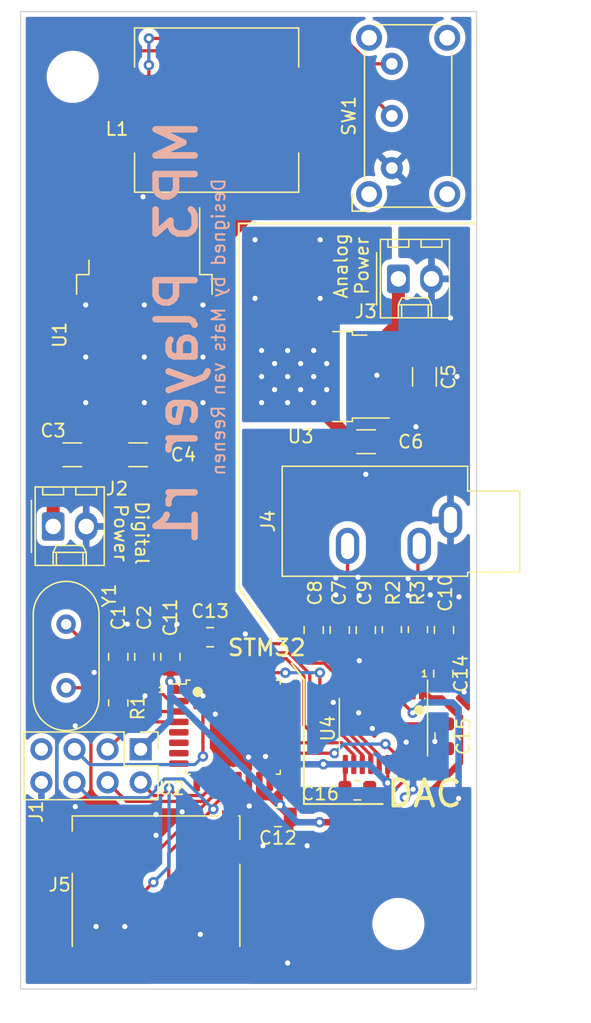
<source format=kicad_pcb>
(kicad_pcb (version 20201116) (generator pcbnew)
  (layers (0 "F.Cu" signal) (31 "B.Cu" signal) (34 "B.Paste" user) (35 "F.Paste" user) (36 "B.SilkS" user "B.Silkscreen") (37 "F.SilkS" user "F.Silkscreen") (38 "B.Mask" user) (39 "F.Mask" user) (44 "Edge.Cuts" user))
  (net 0 "")
  (net 1 "Net-(C1-Pad2)")
  (net 2 "GND")
  (net 3 "Net-(C2-Pad2)")
  (net 4 "+3V3")
  (net 5 "+24V")
  (net 6 "GNDA")
  (net 7 "Net-(C5-Pad1)")
  (net 8 "Net-(R1-Pad2)")
  (net 9 "Net-(U4-Pad7)")
  (net 10 "Net-(U4-Pad6)")
  (net 11 "Net-(C9-Pad2)")
  (net 12 "Net-(C10-Pad2)")
  (net 13 "SPI_MOSI")
  (net 14 "SPI_MISO")
  (net 15 "SPI_CLK")
  (net 16 "BOOT0")
  (net 17 "Recet")
  (net 18 "Net-(L1-Pad1)")
  (net 19 "ON{slash}~OFF")
  (net 20 "+3.3VA")
  (net 21 "/I2S3_SCK")
  (net 22 "/I2S3_LRCK")
  (net 23 "/I2S3_BCK")
  (net 24 "/I2S3_SD")
  (net 25 "Net-(U4-Pad2)")
  (net 26 "Net-(U4-Pad4)")
  (net 27 "Net-(U4-Pad5)")
  (net 28 "SD_CS")
  (net 29 "Net-(U4-Pad17)")
  (net 30 "Net-(U4-Pad18)")
  (footprint "Button_Switch_THT:SW_E-Switch_EG1224_SPDT_Angled" (layer "F.Cu") (at 176.5 59 90)
    (fp_text reference "SW1")
    (fp_text value "SW_SPDT")
  )
  (footprint "Capacitor_SMD:C_0805_2012Metric" (layer "F.Cu") (at 159.5 96.5 90)
    (fp_text reference "C11")
    (fp_text value "1u")
  )
  (footprint "Inductor_SMD:L_12x12mm_H8mm" (layer "F.Cu") (at 163.05 54.55 180)
    (fp_text reference "L1")
    (fp_text value "22u")
  )
  (footprint "MountingHole:MountingHole_3.2mm_M3" (layer "F.Cu") (at 177 117)
    (fp_text reference "H2")
    (fp_text value "MountingHole")
  )
  (footprint "Capacitor_SMD:C_0805_2012Metric" (layer "F.Cu") (at 174.5 94.45 90)
    (fp_text reference "C9")
    (fp_text value "10n")
  )
  (footprint "Capacitor_SMD:C_0805_2012Metric" (layer "F.Cu") (at 162.55 95 180)
    (fp_text reference "C13")
    (fp_text value "10u")
  )
  (footprint "Connector_PinHeader_2.54mm:PinHeader_2x04_P2.54mm_Vertical" (layer "F.Cu") (at 157.22 103.6 -90)
    (fp_text reference "J1")
    (fp_text value "Conn_02x04_Odd_Even")
  )
  (footprint "Resistor_SMD:R_0805_2012Metric" (layer "F.Cu") (at 178.5 94.4125 90)
    (fp_text reference "R3")
    (fp_text value "470R")
  )
  (footprint "Capacitor_SMD:C_1206_3216Metric" (layer "F.Cu") (at 151.975 81)
    (fp_text reference "C3")
    (fp_text value "10u@35v")
  )
  (footprint "MountingHole:MountingHole_3.2mm_M3" (layer "F.Cu") (at 152 52)
    (fp_text reference "H1")
    (fp_text value "MountingHole")
  )
  (footprint "Crystal:Crystal_HC49-4H_Vertical" (layer "F.Cu") (at 151.5 94 -90)
    (fp_text reference "Y1")
    (fp_text value "8MHz")
  )
  (footprint "Capacitor_SMD:C_0805_2012Metric" (layer "F.Cu") (at 180.45 97.8 -90)
    (fp_text reference "C14")
    (fp_text value "2u2")
  )
  (footprint "SDCards:microSD_HC_Hirose_DM3D-SF" (layer "F.Cu") (at 158.4 114.5)
    (fp_text reference "J5")
    (fp_text value "Micro_SD_Card")
  )
  (footprint "Capacitor_SMD:C_0805_2012Metric" (layer "F.Cu") (at 170.5 94.45 90)
    (fp_text reference "C8")
    (fp_text value "10u")
  )
  (footprint "Connector_Audio:Jack_3.5mm_CUI_SJ1-3533NG_Horizontal" (layer "F.Cu") (at 181 86 -90)
    (fp_text reference "J4")
    (fp_text value "2.5mm Jack")
  )
  (footprint "Package_SO:TSSOP-20_4.4x6.5mm_P0.65mm" (layer "F.Cu") (at 175.855 101.9025 -90)
    (fp_text reference "U4")
    (fp_text value "PCM5102")
  )
  (footprint "Capacitor_SMD:C_0805_2012Metric" (layer "F.Cu") (at 172.5 94.45 90)
    (fp_text reference "C7")
    (fp_text value "1u")
  )
  (footprint "Capacitor_SMD:C_0805_2012Metric" (layer "F.Cu") (at 155.5 96.5 -90)
    (fp_text reference "C1")
    (fp_text value "C")
  )
  (footprint "Resistor_SMD:R_0805_2012Metric" (layer "F.Cu") (at 176.5 94.4125 90)
    (fp_text reference "R2")
    (fp_text value "470R")
  )
  (footprint "Package_TO_SOT_SMD:TO-252-2" (layer "F.Cu") (at 171 75 180)
    (fp_text reference "U3")
    (fp_text value "LD1086DT33TR")
  )
  (footprint "Capacitor_SMD:C_1206_3216Metric" (layer "F.Cu") (at 174.525 80)
    (fp_text reference "C6")
    (fp_text value "10u")
  )
  (footprint "Capacitor_SMD:C_0805_2012Metric" (layer "F.Cu") (at 180.55 102.6 90)
    (fp_text reference "C15")
    (fp_text value "2u2")
  )
  (footprint "Capacitor_SMD:C_1206_3216Metric" (layer "F.Cu") (at 179 75.025 -90)
    (fp_text reference "C5")
    (fp_text value "10u@35v")
  )
  (footprint "Package_QFP:LQFP-32_7x7mm_P0.8mm" (layer "F.Cu") (at 164.325 101.9)
    (fp_text reference "U2")
    (fp_text value "STM32G431K8T6")
  )
  (footprint "Package_TO_SOT_SMD:TO-263-5_TabPin3" (layer "F.Cu") (at 157.5 70.125 -90)
    (fp_text reference "U1")
    (fp_text value "LM2596S-3.3")
  )
  (footprint "Capacitor_SMD:C_0805_2012Metric" (layer "F.Cu") (at 180.5 94.45 90)
    (fp_text reference "C10")
    (fp_text value "10n")
  )
  (footprint "Capacitor_SMD:C_0805_2012Metric" (layer "F.Cu") (at 157.5 96.5 -90)
    (fp_text reference "C2")
    (fp_text value "C")
  )
  (footprint "Capacitor_SMD:C_0805_2012Metric" (layer "F.Cu") (at 173.85 106.75)
    (fp_text reference "C16")
    (fp_text value "100n")
  )
  (footprint "Connector_Molex:Molex_KK-254_AE-6410-02A_1x02_P2.54mm_Vertical" (layer "F.Cu") (at 150.5 86.5)
    (fp_text reference "J2")
    (fp_text value "24V in")
  )
  (footprint "Capacitor_SMD:C_0805_2012Metric" (layer "F.Cu") (at 167.75 108.8 180)
    (fp_text reference "C12")
    (fp_text value "1u")
  )
  (footprint "Connector_Molex:Molex_KK-254_AE-6410-02A_1x02_P2.54mm_Vertical" (layer "F.Cu") (at 177 67.5)
    (fp_text reference "J3")
    (fp_text value "Analog power")
  )
  (footprint "Capacitor_SMD:C_1206_3216Metric" (layer "F.Cu") (at 157.025 81 180)
    (fp_text reference "C4")
    (fp_text value "220u")
  )
  (footprint "Resistor_SMD:R_0805_2012Metric" (layer "F.Cu") (at 155.5 100.0375 -90)
    (fp_text reference "R1")
    (fp_text value "R")
  )
  (gr_line (start 169.75 107.8) (end 175.8 107.8) (layer "F.SilkS") (width 0.15))
  (gr_line (start 169.75 98.25) (end 169.75 107.8) (layer "F.SilkS") (width 0.15))
  (gr_circle (center 161.6 99.2) (end 161.8 99.2) (layer "F.SilkS") (width 0.4) (fill none))
  (gr_line (start 183 63.25) (end 164.75 63.25) (layer "F.SilkS") (width 0.15))
  (gr_line (start 164.75 91.25) (end 167.2 94.6) (layer "F.SilkS") (width 0.15))
  (gr_circle (center 178.6 100.6) (end 178.8 100.6) (layer "F.SilkS") (width 0.4) (fill none))
  (gr_line (start 164.75 63.25) (end 164.75 91.25) (layer "F.SilkS") (width 0.15))
  (gr_line (start 168.8 97) (end 169.75 98.25) (layer "F.SilkS") (width 0.15))
  (gr_rect (start 183 47) (end 148 122) (layer "Edge.Cuts") (width 0.1) (fill none))
  (gr_text "MP3 Player r1\n" (at 160 71.6 90) (layer "B.SilkS") (effects (font (size 3 3) (thickness 0.5)) (justify mirror)))
  (gr_text "Designed by Mats van Reenen" (at 163.2 71.2 90) (layer "B.SilkS") (effects (font (size 1 1)) (justify mirror)))
  (gr_text "1\n" (at 179 97.8) (layer "F.SilkS") (effects (font (size 0.5 0.5) (thickness 0.125))))
  (gr_text "1\n" (at 158.8 99) (layer "F.SilkS") (effects (font (size 0.5 0.5) (thickness 0.125))))
  (gr_text "Analog\nPower" (at 173.4 66.5 90) (layer "F.SilkS") (effects (font (size 1 1))))
  (gr_text "DAC" (at 179 107) (layer "F.SilkS") (effects (font (size 2 2) (thickness 0.3))))
  (gr_text "STM32" (at 166.9 95.8) (layer "F.SilkS") (effects (font (size 1.25 1.25) (thickness 0.2))))
  (gr_text "Digital\nPower" (at 156.5 87 270) (layer "F.SilkS") (effects (font (size 1 1))))
  (segment (start 155.255 98.88) (end 155.5 99.125) (width 0.25) (layer "F.Cu") (net 1))
  (segment (start 151.5 98.88) (end 155.255 98.88) (width 0.25) (layer "F.Cu") (net 1))
  (segment (start 155.5 97.45) (end 155.5 99.125) (width 0.25) (layer "F.Cu") (net 1))
  (segment (start 171.311592 96.98859) (end 170.01141 96.98859) (width 0.25) (layer "F.Cu") (net 2))
  (segment (start 172.93 99.04) (end 172.93 98.606998) (width 0.25) (layer "F.Cu") (net 2))
  (segment (start 171.265 104.765) (end 171.25 104.75) (width 0.25) (layer "F.Cu") (net 2))
  (segment (start 150.775001 107.375001) (end 150.775001 102.624999) (width 0.25) (layer "F.Cu") (net 2))
  (segment (start 172.93 98.606998) (end 171.311592 96.98859) (width 0.25) (layer "F.Cu") (net 2))
  (segment (start 153.45 81) (end 155.55 81) (width 1) (layer "F.Cu") (net 2))
  (segment (start 168.522818 95.5) (end 168.77279 95.749972) (width 0.25) (layer "F.Cu") (net 2))
  (segment (start 177.48 99.04) (end 177.48 100.18) (width 0.25) (layer "F.Cu") (net 2))
  (segment (start 157.4 64.25) (end 157.5 64.35) (width 0.5) (layer "F.Cu") (net 2))
  (segment (start 155.875 120.060002) (end 155.875 119.35) (width 0.25) (layer "F.Cu") (net 2))
  (segment (start 153.45 77.45) (end 153 77) (width 1) (layer "F.Cu") (net 2))
  (segment (start 166 95.5) (end 168.522818 95.5) (width 0.25) (layer "F.Cu") (net 2))
  (segment (start 176.18 104.765) (end 176.18 106.18) (width 0.25) (layer "F.Cu") (net 2))
  (segment (start 153.4 107.550002) (end 153.4 102.8) (width 0.25) (layer "F.Cu") (net 2))
  (segment (start 157.4 61.2) (end 157.4 64.25) (width 0.5) (layer "F.Cu") (net 2))
  (segment (start 177.48 100.18) (end 178.1 100.8) (width 0.25) (layer "F.Cu") (net 2))
  (segment (start 172.93 104.765) (end 171.265 104.765) (width 0.25) (layer "F.Cu") (net 2))
  (segment (start 153.45 81) (end 153.45 77.45) (width 1) (layer "F.Cu") (net 2))
  (segment (start 172.9 106.75) (end 172.9 104.795) (width 0.25) (layer "F.Cu") (net 2))
  (segment (start 170.01141 96.98859) (end 168.77279 95.749972) (width 0.25) (layer "F.Cu") (net 2))
  (segment (start 172.9 104.795) (end 172.93 104.765) (width 0.25) (layer "F.Cu") (net 2))
  (via (at 160.4 108.4) (size 0.8) (drill 0.4) (layers "F.Cu" "B.Cu") (net 2))
  (via (at 152.2 101.8) (size 0.8) (drill 0.4) (layers "F.Cu" "B.Cu") (net 2))
  (via (at 157.5 77) (size 0.8) (drill 0.4) (layers "F.Cu" "B.Cu") (net 2))
  (via (at 165.25 94.75) (size 0.8) (drill 0.4) (layers "F.Cu" "B.Cu") (net 2))
  (via (at 162 73.5) (size 0.8) (drill 0.4) (layers "F.Cu" "B.Cu") (net 2))
  (via (at 158.4 110.2) (size 0.8) (drill 0.4) (layers "F.Cu" "B.Cu") (net 2))
  (via (at 162.95 100.9) (size 0.8) (drill 0.4) (layers "F.Cu" "B.Cu") (net 2))
  (via (at 156.2 94) (size 0.8) (drill 0.4) (layers "F.Cu" "B.Cu") (net 2))
  (via (at 152.2 108) (size 0.8) (drill 0.4) (layers "F.Cu" "B.Cu") (net 2))
  (via (at 161.8 117.8) (size 0.8) (drill 0.4) (layers "F.Cu" "B.Cu") (net 2))
  (via (at 178.1 100.8) (size 0.8) (drill 0.4) (layers "F.Cu" "B.Cu") (net 2))
  (via (at 162 99.5) (size 0.8) (drill 0.4) (layers "F.Cu" "B.Cu") (net 2))
  (via (at 157.55 99.5) (size 0.8) (drill 0.4) (layers "F.Cu" "B.Cu") (net 2))
  (via (at 156 117.2) (size 0.8) (drill 0.4) (layers "F.Cu" "B.Cu") (net 2))
  (via (at 153.8 117.2) (size 0.8) (drill 0.4) (layers "F.Cu" "B.Cu") (net 2))
  (via (at 162 77) (size 0.8) (drill 0.4) (layers "F.Cu" "B.Cu") (net 2))
  (via (at 171.25 104.75) (size 0.8) (drill 0.4) (layers "F.Cu" "B.Cu") (net 2))
  (via (at 160 94) (size 0.8) (drill 0.4) (layers "F.Cu" "B.Cu") (net 2))
  (via (at 162 69.5) (size 0.8) (drill 0.4) (layers "F.Cu" "B.Cu") (net 2))
  (via (at 157.4 61.2) (size 0.8) (drill 0.4) (layers "F.Cu" "B.Cu") (net 2))
  (via (at 158.4 108.6) (size 0.8) (drill 0.4) (layers "F.Cu" "B.Cu") (net 2))
  (via (at 168.5 120) (size 0.8) (drill 0.4) (layers "F.Cu" "B.Cu") (net 2))
  (via (at 166.8 104.15) (size 0.8) (drill 0.4) (layers "F.Cu" "B.Cu") (net 2))
  (via (at 165.55 107.95) (size 0.8) (drill 0.4) (layers "F.Cu" "B.Cu") (net 2))
  (via (at 165.5 104.2) (size 0.8) (drill 0.4) (layers "F.Cu" "B.Cu") (net 2))
  (via (at 153 77) (size 0.8) (drill 0.4) (layers "F.Cu" "B.Cu") (net 2))
  (via (at 157.5 73.5) (size 0.8) (drill 0.4) (layers "F.Cu" "B.Cu") (net 2))
  (via (at 153 69.5) (size 0.8) (drill 0.4) (layers "F.Cu" "B.Cu") (net 2))
  (via (at 170 111) (size 0.8) (drill 0.4) (layers "F.Cu" "B.Cu") (net 2))
  (via (at 157.5 69.5) (size 0.8) (drill 0.4) (layers "F.Cu" "B.Cu") (net 2))
  (via (at 181.625 107.375) (size 0.8) (drill 0.4) (layers "F.Cu" "B.Cu") (net 2))
  (via (at 153 73.5) (size 0.8) (drill 0.4) (layers "F.Cu" "B.Cu") (net 2))
  (via (at 166.6 111) (size 0.8) (drill 0.4) (layers "F.Cu" "B.Cu") (net 2))
  (via (at 153.65 97.7) (size 0.8) (drill 0.4) (layers "F.Cu" "B.Cu") (net 2))
  (via (at 176.18 106.18) (size 0.8) (drill 0.4) (layers "F.Cu" "B.Cu") (net 2))
  (segment (start 176.18 106.18) (end 176.18 106.82) (width 0.5) (layer "B.Cu") (net 2))
  (segment (start 181.625 100.475) (end 181.625 107.375) (width 0.5) (layer "B.Cu") (net 2))
  (segment (start 181.15 100) (end 181.625 100.475) (width 0.5) (layer "B.Cu") (net 2))
  (segment (start 178.9 100) (end 181.15 100) (width 0.5) (layer "B.Cu") (net 2))
  (segment (start 174.75 104.75) (end 176.18 106.18) (width 0.5) (layer "B.Cu") (net 2))
  (segment (start 178.1 100.8) (end 178.9 100) (width 0.5) (layer "B.Cu") (net 2))
  (segment (start 150.8 102.6) (end 150.8 107.4) (width 0.25) (layer "B.Cu") (net 2))
  (segment (start 171.25 104.75) (end 169.25 104.75) (width 0.5) (layer "B.Cu") (net 2))
  (segment (start 171.25 104.75) (end 174.75 104.75) (width 0.5) (layer "B.Cu") (net 2))
  (segment (start 151.5 94) (end 154.12499 96.62499) (width 0.25) (layer "F.Cu") (net 3))
  (segment (start 159.450001 99.9) (end 160.15 99.9) (width 0.25) (layer "F.Cu") (net 3))
  (segment (start 154.12499 96.62499) (end 156.67499 96.62499) (width 0.25) (layer "F.Cu") (net 3))
  (segment (start 157.5 97.45) (end 157.5 97.949999) (width 0.25) (layer "F.Cu") (net 3))
  (segment (start 156.67499 96.62499) (end 157.5 97.45) (width 0.25) (layer "F.Cu") (net 3))
  (segment (start 157.5 97.949999) (end 159.450001 99.9) (width 0.25) (layer "F.Cu") (net 3))
  (segment (start 163.5 90.75) (end 163.5 90.5) (width 0.25) (layer "F.Cu") (net 4))
  (segment (start 163.60001 68.510046) (end 163.60001 78.489954) (width 1) (layer "F.Cu") (net 4))
  (segment (start 163.60001 64.49999) (end 163.65 64.45) (width 1) (layer "F.Cu") (net 4))
  (segment (start 159.5 97.45) (end 160.77499 96.17501) (width 0.5) (layer "F.Cu") (net 4))
  (segment (start 167.436402 107.15001) (end 167.643196 107.356804) (width 0.25) (layer "F.Cu") (net 4))
  (segment (start 168.7 108.8) (end 168.7 117.360002) (width 0.5) (layer "F.Cu") (net 4))
  (segment (start 169.739956 51.14999) (end 170.15001 51.560044) (width 1) (layer "F.Cu") (net 4))
  (segment (start 163.60001 68.510046) (end 163.60001 64.49999) (width 1) (layer "F.Cu") (net 4))
  (segment (start 167.436402 107.15001) (end 167.593206 106.993206) (width 0.25) (layer "F.Cu") (net 4))
  (segment (start 179.44001 99.70001) (end 178.78 99.04) (width 0.5) (layer "F.Cu") (net 4))
  (segment (start 157.85001 53.69999) (end 157 54.55) (width 0.25) (layer "F.Cu") (net 4))
  (segment (start 161.089964 81) (end 158.5 81) (width 1) (layer "F.Cu") (net 4))
  (segment (start 167.881594 106.881594) (end 167.881594 107.981594) (width 0.5) (layer "F.Cu") (net 4))
  (segment (start 158.664999 121.175001) (end 158.275 120.785002) (width 0.5) (layer "F.Cu") (net 4))
  (segment (start 166.761822 107.27501) (end 166.325 106.838188) (width 0.5) (layer "F.Cu") (net 4))
  (segment (start 174.788998 51) (end 176.5 51) (width 0.25) (layer "F.Cu") (net 4))
  (segment (start 166.325 106.075) (end 166.325 106.825) (width 0.25) (layer "F.Cu") (net 4))
  (segment (start 163.5 92.15) (end 163.5 95) (width 1) (layer "F.Cu") (net 4))
  (segment (start 166.325 106.838188) (end 166.325 106.075) (width 0.5) (layer "F.Cu") (net 4))
  (segment (start 168.5 105.75) (end 168.5 104.7) (width 0.25) (layer "F.Cu") (net 4))
  (segment (start 163.5 91.4) (end 163.5 92.15) (width 1) (layer "F.Cu") (net 4))
  (segment (start 177.158002 109.2) (end 181.72501 104.632992) (width 0.5) (layer "F.Cu") (net 4))
  (segment (start 168.7 108.8) (end 167.95 108.05) (width 0.5) (layer "F.Cu") (net 4))
  (segment (start 170.15001 51.560044) (end 170.15001 57.94999) (width 1) (layer "F.Cu") (net 4))
  (segment (start 172.838988 49.04999) (end 174.788998 51) (width 0.25) (layer "F.Cu") (net 4))
  (segment (start 155.8 64.35) (end 155.8 56.85) (width 1) (layer "F.Cu") (net 4))
  (segment (start 170.15001 57.94999) (end 163.65 64.45) (width 1) (layer "F.Cu") (net 4))
  (segment (start 169.1 109.2) (end 168.7 108.8) (width 0.5) (layer "F.Cu") (net 4))
  (segment (start 167.488178 107.27501) (end 167.881594 106.881594) (width 0.5) (layer "F.Cu") (net 4))
  (segment (start 167.95 108.05) (end 167.17501 107.27501) (width 0.5) (layer "F.Cu") (net 4))
  (segment (start 167.593206 106.993206) (end 167.593206 107.306814) (width 0.25) (layer "F.Cu") (net 4))
  (segment (start 163.5 88.1) (end 163.5 90.5) (width 1) (layer "F.Cu") (net 4))
  (segment (start 157.85001 49.04999) (end 172.838988 49.04999) (width 0.25) (layer "F.Cu") (net 4))
  (segment (start 167.881594 107.981594) (end 167.95 108.05) (width 0.5) (layer "F.Cu") (net 4))
  (segment (start 162.32499 96.17501) (end 163.5 95) (width 0.5) (layer "F.Cu") (net 4))
  (segment (start 158.5 83.1) (end 163.5 88.1) (width 1) (layer "F.Cu") (net 4))
  (segment (start 159.5 98.4) (end 159.5 98.45) (width 0.5) (layer "F.Cu") (net 4))
  (segment (start 167.881594 106.881594) (end 168.5 106.263188) (width 0.5) (layer "F.Cu") (net 4))
  (segment (start 157.85001 54.30001) (end 158.1 54.55) (width 0.25) (layer "F.Cu") (net 4))
  (segment (start 163.45 91.45) (end 163.5 91.4) (width 0.25) (layer "F.Cu") (net 4))
  (segment (start 167.17501 107.27501) (end 166.761822 107.27501) (width 0.5) (layer "F.Cu") (net 4))
  (segment (start 168.7 117.360002) (end 164.885001 121.175001) (width 0.5) (layer "F.Cu") (net 4))
  (segment (start 181.72501 101.110044) (end 180.314976 99.70001) (width 0.5) (layer "F.Cu") (net 4))
  (segment (start 158.5 81) (end 158.5 83.1) (width 1) (layer "F.Cu") (net 4))
  (segment (start 158.275 120.785002) (end 158.275 119.85) (width 0.5) (layer "F.Cu") (net 4))
  (segment (start 180.314976 99.70001) (end 179.44001 99.70001) (width 0.5) (layer "F.Cu") (net 4))
  (segment (start 166.325 106.825) (end 166.65001 107.15001) (width 0.25) (layer "F.Cu") (net 4))
  (segment (start 168.7 108.413608) (end 168.7 108.8) (width 0.25) (layer "F.Cu") (net 4))
  (segment (start 157.85001 51.09999) (end 157.85001 54.30001) (width 0.25) (layer "F.Cu") (net 4))
  (segment (start 168.5 106.263188) (end 168.5 104.7) (width 0.5) (layer "F.Cu") (net 4))
  (segment (start 159.5 97.45) (end 159.5 98.4) (width 0.5) (layer "F.Cu") (net 4))
  (segment (start 155.8 56.85) (end 158.1 54.55) (width 1) (layer "F.Cu") (net 4))
  (segment (start 166.65001 107.15001) (end 167.436402 107.15001) (width 0.25) (layer "F.Cu") (net 4))
  (segment (start 168.5 106.086412) (end 168.5 105.75) (width 0.25) (layer "F.Cu") (net 4))
  (segment (start 170.95 109.2) (end 169.1 109.2) (width 0.5) (layer "F.Cu") (net 4))
  (segment (start 160.77499 96.17501) (end 162.32499 96.17501) (width 0.5) (layer "F.Cu") (net 4))
  (segment (start 170.95 109.2) (end 177.158002 109.2) (width 0.5) (layer "F.Cu") (net 4))
  (segment (start 167.593206 106.993206) (end 168.5 106.086412) (width 0.25) (layer "F.Cu") (net 4))
  (segment (start 158.1 54.55) (end 161.50001 51.14999) (width 1) (layer "F.Cu") (net 4))
  (segment (start 167.17501 107.27501) (end 167.488178 107.27501) (width 0.5) (layer "F.Cu") (net 4))
  (segment (start 161.50001 51.14999) (end 169.739956 51.14999) (width 1) (layer "F.Cu") (net 4))
  (segment (start 181.72501 104.632992) (end 181.72501 101.110044) (width 0.5) (layer "F.Cu") (net 4))
  (segment (start 163.5 90.5) (end 163.5 91.4) (width 1) (layer "F.Cu") (net 4))
  (segment (start 159.5 98.45) (end 160.15 99.1) (width 0.5) (layer "F.Cu") (net 4))
  (segment (start 163.60001 78.489954) (end 161.089964 81) (width 1) (layer "F.Cu") (net 4))
  (segment (start 164.885001 121.175001) (end 158.664999 121.175001) (width 0.5) (layer "F.Cu") (net 4))
  (via (at 157.85001 51.09999) (size 0.8) (drill 0.4) (layers "F.Cu" "B.Cu") (net 4))
  (via (at 170.95 109.2) (size 0.8) (drill 0.4) (layers "F.Cu" "B.Cu") (net 4))
  (via (at 159.5 98.4) (size 0.8) (drill 0.4) (layers "F.Cu" "B.Cu") (net 4))
  (via (at 167.920999 107.879001) (size 0.8) (drill 0.4) (layers "F.Cu" "B.Cu") (net 4))
  (via (at 157.85001 49.04999) (size 0.8) (drill 0.4) (layers "F.Cu" "B.Cu") (net 4))
  (segment (start 159.5 99.458002) (end 167.920999 107.879001) (width 0.5) (layer "B.Cu") (net 4))
  (segment (start 169.426998 109.2) (end 170.95 109.2) (width 0.25) (layer "B.Cu") (net 4))
  (segment (start 159.5 98.4) (end 159.5 99.458002) (width 0.5) (layer "B.Cu") (net 4))
  (segment (start 159.5 99.458002) (end 159.5 101.32) (width 0.5) (layer "B.Cu") (net 4))
  (segment (start 159.5 98.4) (end 159.5 99.273002) (width 0.25) (layer "B.Cu") (net 4))
  (segment (start 169.241998 109.2) (end 170.95 109.2) (width 0.5) (layer "B.Cu") (net 4))
  (segment (start 159.5 101.32) (end 157.22 103.6) (width 0.5) (layer "B.Cu") (net 4))
  (segment (start 157.85001 51.09999) (end 157.85001 49.04999) (width 0.25) (layer "B.Cu") (net 4))
  (segment (start 167.920999 107.879001) (end 169.241998 109.2) (width 0.5) (layer "B.Cu") (net 4))
  (segment (start 160.039954 67.35001) (end 160.9 66.489964) (width 1) (layer "F.Cu") (net 5))
  (segment (start 150.5 81) (end 150.5 69.410036) (width 1) (layer "F.Cu") (net 5))
  (segment (start 152.560026 67.35001) (end 160.039954 67.35001) (width 1) (layer "F.Cu") (net 5))
  (segment (start 150.5 86.5) (end 150.5 81) (width 1) (layer "F.Cu") (net 5))
  (segment (start 160.9 66.489964) (end 160.9 64.35) (width 1) (layer "F.Cu") (net 5))
  (segment (start 150.5 69.410036) (end 152.560026 67.35001) (width 1) (layer "F.Cu") (net 5))
  (segment (start 172.6 93.5) (end 174.5 95.4) (width 0.5) (layer "F.Cu") (net 6))
  (segment (start 178.13 103.58) (end 177.6 103.05) (width 0.25) (layer "F.Cu") (net 6))
  (segment (start 178.13 104.765) (end 178.13 106.67) (width 0.5) (layer "F.Cu") (net 6))
  (segment (start 177.5 107.3) (end 177.4 107.4) (width 0.5) (layer "F.Cu") (net 6))
  (segment (start 178.13 104.765) (end 178.13 103.58) (width 0.25) (layer "F.Cu") (net 6))
  (segment (start 172.2 93.2) (end 172.5 93.5) (width 0.5) (layer "F.Cu") (net 6))
  (segment (start 179.8 103) (end 180 103) (width 0.25) (layer "F.Cu") (net 6))
  (segment (start 173.58 99.04) (end 173.58 100.43) (width 0.25) (layer "F.Cu") (net 6))
  (segment (start 177.6 103.05) (end 177.975 103.425) (width 0.5) (layer "F.Cu") (net 6))
  (segment (start 172.2 91.75) (end 172.2 93.2) (width 0.5) (layer "F.Cu") (net 6))
  (segment (start 173.58 100.43) (end 173.95 100.8) (width 0.25) (layer "F.Cu") (net 6))
  (segment (start 172.5 93.5) (end 172.6 93.5) (width 0.5) (layer "F.Cu") (net 6))
  (segment (start 180 103) (end 180.55 103.55) (width 0.25) (layer "F.Cu") (net 6))
  (via (at 178.13 106.67) (size 0.8) (drill 0.4) (layers "F.Cu" "B.Cu") (net 6))
  (via (at 181 70.5) (size 0.8) (drill 0.4) (layers "F.Cu" "B.Cu") (net 6))
  (via (at 174 96.8) (size 0.8) (drill 0.4) (layers "F.Cu" "B.Cu") (net 6))
  (via (at 179.45 91.75) (size 0.8) (drill 0.4) (layers "F.Cu" "B.Cu") (net 6))
  (via (at 173.95 100.8) (size 0.8) (drill 0.4) (layers "F.Cu" "B.Cu") (net 6))
  (via (at 179.45 90.45) (size 0.8) (drill 0.4) (layers "F.Cu" "B.Cu") (net 6))
  (via (at 172.2 90.45) (size 0.8) (drill 0.4) (layers "F.Cu" "B.Cu") (net 6))
  (via (at 174.5 82.5) (size 0.8) (drill 0.4) (layers "F.Cu" "B.Cu") (net 6))
  (via (at 182.05 99.2) (size 0.8) (drill 0.4) (layers "F.Cu" "B.Cu") (net 6))
  (via (at 177.75 91.8) (size 0.8) (drill 0.4) (layers "F.Cu" "B.Cu") (net 6))
  (via (at 177.75 90.5) (size 0.8) (drill 0.4) (layers "F.Cu" "B.Cu") (net 6))
  (via (at 174 91.8) (size 0.8) (drill 0.4) (layers "F.Cu" "B.Cu") (net 6))
  (via (at 177.6 103.05) (size 0.8) (drill 0.4) (layers "F.Cu" "B.Cu") (net 6))
  (via (at 175.35 74.9) (size 0.8) (drill 0.4) (layers "F.Cu" "B.Cu") (net 6))
  (via (at 179.8 103) (size 0.8) (drill 0.4) (layers "F.Cu" "B.Cu") (net 6))
  (via (at 172 100) (size 0.8) (drill 0.4) (layers "F.Cu" "B.Cu") (net 6))
  (via (at 173.9 90.4) (size 0.8) (drill 0.4) (layers "F.Cu" "B.Cu") (net 6))
  (via (at 181.65 91.9) (size 0.8) (drill 0.4) (layers "F.Cu" "B.Cu") (net 6))
  (via (at 177.5 107.3) (size 0.8) (drill 0.4) (layers "F.Cu" "B.Cu") (net 6))
  (via (at 181.5 75) (size 0.8) (drill 0.4) (layers "F.Cu" "B.Cu") (net 6))
  (via (at 178.35 78.85) (size 0.8) (drill 0.4) (layers "F.Cu" "B.Cu") (net 6))
  (via (at 172.2 91.75) (size 0.8) (drill 0.4) (layers "F.Cu" "B.Cu") (net 6))
  (via (at 175 102) (size 0.8) (drill 0.4) (layers "F.Cu" "B.Cu") (net 6))
  (segment (start 177.5 107.3) (end 178.13 106.67) (width 0.5) (layer "B.Cu") (net 6))
  (segment (start 178.13 106.67) (end 178.13 105.73) (width 0.5) (layer "B.Cu") (net 6))
  (segment (start 179 73.55) (end 177.475 72.025) (width 1) (layer "F.Cu") (net 7))
  (segment (start 175.91 72.01) (end 175.2 72.72) (width 1) (layer "F.Cu") (net 7))
  (segment (start 175.925 72.025) (end 177.475 72.025) (width 1) (layer "F.Cu") (net 7))
  (segment (start 177 71.55) (end 177 70.92) (width 1) (layer "F.Cu") (net 7))
  (segment (start 177 67.5) (end 177 70.92) (width 1) (layer "F.Cu") (net 7))
  (segment (start 175.91 72.01) (end 175.925 72.025) (width 1) (layer "F.Cu") (net 7))
  (segment (start 177 70.92) (end 175.91 72.01) (width 1) (layer "F.Cu") (net 7))
  (segment (start 177.475 72.025) (end 177 71.55) (width 1) (layer "F.Cu") (net 7))
  (segment (start 155.5 100.95) (end 155.75 100.7) (width 0.25) (layer "F.Cu") (net 8))
  (segment (start 155.75 100.7) (end 160.15 100.7) (width 0.25) (layer "F.Cu") (net 8))
  (segment (start 174.88 97.92) (end 176.5 96.3) (width 0.25) (layer "F.Cu") (net 9))
  (segment (start 174.88 99.04) (end 174.88 97.92) (width 0.25) (layer "F.Cu") (net 9))
  (segment (start 176.5 96.3) (end 176.5 95.325) (width 0.25) (layer "F.Cu") (net 9))
  (segment (start 175.53 99.04) (end 175.53 98.3025) (width 0.25) (layer "F.Cu") (net 10))
  (segment (start 178.5 95.3325) (end 178.5 95.325) (width 0.25) (layer "F.Cu") (net 10))
  (segment (start 175.53 98.3025) (end 178.5 95.3325) (width 0.25) (layer "F.Cu") (net 10))
  (segment (start 174.5 93.5) (end 173.1 92.1) (width 0.25) (layer "F.Cu") (net 11))
  (segment (start 173.1 92.1) (end 173.1 88) (width 0.25) (layer "F.Cu") (net 11))
  (segment (start 173.1 88) (end 173.05 88.05) (width 0.25) (layer "F.Cu") (net 11))
  (segment (start 174.5 93.5) (end 176.5 93.5) (width 0.25) (layer "F.Cu") (net 11))
  (segment (start 178.5 93.5) (end 180.5 93.5) (width 0.25) (layer "F.Cu") (net 12))
  (segment (start 178.6 93.4) (end 178.5 93.5) (width 0.25) (layer "F.Cu") (net 12))
  (segment (start 178.5 88.1) (end 178.5 93.5) (width 0.25) (layer "F.Cu") (net 12))
  (segment (start 178.6 88) (end 178.5 88.1) (width 0.25) (layer "F.Cu") (net 12))
  (segment (start 162.8 107.95) (end 162.8 108.2) (width 0.25) (layer "F.Cu") (net 13))
  (segment (start 162.726998 108.2) (end 159.375 111.551998) (width 0.25) (layer "F.Cu") (net 13))
  (segment (start 159.375 111.825) (end 159.375 112.225) (width 0.25) (layer "F.Cu") (net 13))
  (segment (start 159.375 111.551998) (end 159.375 111.825) (width 0.25) (layer "F.Cu") (net 13))
  (segment (start 163.925 106.825) (end 162.8 107.95) (width 0.25) (layer "F.Cu") (net 13))
  (segment (start 159.375 112.225) (end 159.375 119.85) (width 0.25) (layer "F.Cu") (net 13))
  (segment (start 163.925 106.075) (end 163.925 106.825) (width 0.25) (layer "F.Cu") (net 13))
  (via (at 162.8 108.2) (size 0.8) (drill 0.4) (layers "F.Cu" "B.Cu") (net 13))
  (segment (start 158.395001 106.704001) (end 157.784001 107.315001) (width 0.25) (layer "B.Cu") (net 13))
  (segment (start 153.315001 107.315001) (end 152.14 106.14) (width 0.25) (layer "B.Cu") (net 13))
  (segment (start 162.8 108.2) (end 160.474999 105.874999) (width 0.25) (layer "B.Cu") (net 13))
  (segment (start 157.784001 107.315001) (end 153.315001 107.315001) (width 0.25) (layer "B.Cu") (net 13))
  (segment (start 158.395001 106.531997) (end 158.395001 106.704001) (width 0.25) (layer "B.Cu") (net 13))
  (segment (start 159.051999 105.874999) (end 158.395001 106.531997) (width 0.25) (layer "B.Cu") (net 13))
  (segment (start 160.474999 105.874999) (end 159.051999 105.874999) (width 0.25) (layer "B.Cu") (net 13))
  (segment (start 162.349981 107.600019) (end 156.140019 107.600019) (width 0.25) (layer "F.Cu") (net 14))
  (segment (start 162.775 107.175) (end 162.349981 107.600019) (width 0.25) (layer "F.Cu") (net 14))
  (segment (start 162.775 107.175) (end 161.275 108.675) (width 0.25) (layer "F.Cu") (net 14))
  (segment (start 161.275 108.675) (end 161.025 108.925) (width 0.25) (layer "F.Cu") (net 14))
  (segment (start 161.025 108.925) (end 154.975 114.975) (width 0.25) (layer "F.Cu") (net 14))
  (segment (start 163.125 106.075) (end 163.125 106.825) (width 0.25) (layer "F.Cu") (net 14))
  (segment (start 154.975 114.975) (end 154.975 119.85) (width 0.25) (layer "F.Cu") (net 14))
  (segment (start 156.140019 107.600019) (end 154.68 106.14) (width 0.25) (layer "F.Cu") (net 14))
  (segment (start 163.125 106.825) (end 162.775 107.175) (width 0.25) (layer "F.Cu") (net 14))
  (segment (start 162.325 106.825) (end 161.99999 107.15001) (width 0.25) (layer "F.Cu") (net 15))
  (segment (start 157.175 114.825) (end 157.175 119.85) (width 0.25) (layer "F.Cu") (net 15))
  (segment (start 159.95001 107.15001) (end 159.4 106.6) (width 0.25) (layer "F.Cu") (net 15))
  (segment (start 161.99999 107.15001) (end 160.55001 107.15001) (width 0.25) (layer "F.Cu") (net 15))
  (segment (start 158.2 113.8) (end 157.175 114.825) (width 0.25) (layer "F.Cu") (net 15))
  (segment (start 159.4 106.6) (end 158.84999 107.15001) (width 0.25) (layer "F.Cu") (net 15))
  (segment (start 162.325 106.075) (end 162.325 106.825) (width 0.25) (layer "F.Cu") (net 15))
  (segment (start 158.84999 107.15001) (end 158.23001 107.15001) (width 0.25) (layer "F.Cu") (net 15))
  (segment (start 158.23001 107.15001) (end 157.22 106.14) (width 0.25) (layer "F.Cu") (net 15))
  (segment (start 160.15001 107.15001) (end 159.95001 107.15001) (width 0.25) (layer "F.Cu") (net 15))
  (segment (start 160.55001 107.15001) (end 160.15001 107.15001) (width 0.25) (layer "F.Cu") (net 15))
  (via (at 159.4 106.6) (size 0.8) (drill 0.4) (layers "F.Cu" "B.Cu") (net 15))
  (via (at 158.2 113.8) (size 0.8) (drill 0.4) (layers "F.Cu" "B.Cu") (net 15))
  (segment (start 159.4 106.6) (end 159.4 112.6) (width 0.25) (layer "B.Cu") (net 15))
  (segment (start 159.4 112.6) (end 158.2 113.8) (width 0.25) (layer "B.Cu") (net 15))
  (segment (start 162.8 99.249999) (end 162.8 99.9) (width 0.25) (layer "F.Cu") (net 16))
  (segment (start 162.325 98.774999) (end 162.8 99.249999) (width 0.25) (layer "F.Cu") (net 16))
  (segment (start 162.8 99.9) (end 162 100.7) (width 0.25) (layer "F.Cu") (net 16))
  (segment (start 162.325 97.725) (end 162.325 98.774999) (width 0.25) (layer "F.Cu") (net 16))
  (segment (start 162 100.7) (end 162 104.15) (width 0.25) (layer "F.Cu") (net 16))
  (via (at 162 104.15) (size 0.8) (drill 0.4) (layers "F.Cu" "B.Cu") (net 16))
  (segment (start 153.31501 104.77501) (end 152.14 103.6) (width 0.25) (layer "B.Cu") (net 16))
  (segment (start 162 104.15) (end 161.37499 104.77501) (width 0.25) (layer "B.Cu") (net 16))
  (segment (start 161.37499 104.77501) (end 153.31501 104.77501) (width 0.25) (layer "B.Cu") (net 16))
  (segment (start 156.78 101.5) (end 160.15 101.5) (width 0.25) (layer "F.Cu") (net 17))
  (segment (start 154.68 103.6) (end 156.78 101.5) (width 0.25) (layer "F.Cu") (net 17))
  (segment (start 159.563588 101.5) (end 160.15 101.5) (width 0.25) (layer "F.Cu") (net 17))
  (segment (start 159.2 64.35) (end 159.2 62.210036) (width 1) (layer "F.Cu") (net 18))
  (segment (start 168 54.55) (end 166.860036 54.55) (width 1) (layer "F.Cu") (net 18))
  (segment (start 166.860036 54.55) (end 159.2 62.210036) (width 1) (layer "F.Cu") (net 18))
  (segment (start 155.5 53.5) (end 154.1 54.9) (width 0.25) (layer "F.Cu") (net 19))
  (segment (start 156.940366 50) (end 155.5 51.440366) (width 0.25) (layer "F.Cu") (net 19))
  (segment (start 171.5 50) (end 156.940366 50) (width 0.25) (layer "F.Cu") (net 19))
  (segment (start 155.5 51.440366) (end 155.5 53.5) (width 0.25) (layer "F.Cu") (net 19))
  (segment (start 154.1 54.9) (end 154.1 64.35) (width 0.25) (layer "F.Cu") (net 19))
  (segment (start 176.5 55) (end 171.5 50) (width 0.25) (layer "F.Cu") (net 19))
  (segment (start 174.23 98.174666) (end 174.23 99.04) (width 0.5) (layer "F.Cu") (net 20))
  (segment (start 176.6525 102.2) (end 177.29641 102.2) (width 0.25) (layer "F.Cu") (net 20))
  (segment (start 170.5 95.4) (end 170.536188 95.4) (width 0.5) (layer "F.Cu") (net 20))
  (segment (start 172.5 95.4) (end 172.5 97.363812) (width 0.5) (layer "F.Cu") (net 20))
  (segment (start 168 93.625) (end 169.775 95.4) (width 1) (layer "F.Cu") (net 20))
  (segment (start 169.775 95.4) (end 170.5 95.4) (width 1) (layer "F.Cu") (net 20))
  (segment (start 178.78 104.22) (end 178.78 102.98) (width 0.5) (layer "F.Cu") (net 20))
  (segment (start 174.23 99.7775) (end 174.72625 100.27375) (width 0.25) (layer "F.Cu") (net 20))
  (segment (start 172.988678 97.85249) (end 173.907824 97.85249) (width 0.5) (layer "F.Cu") (net 20))
  (segment (start 172.568094 97.431906) (end 172.988678 97.85249) (width 0.5) (layer "F.Cu") (net 20))
  (segment (start 174.23 99.04) (end 174.23 99.7775) (width 0.25) (layer "F.Cu") (net 20))
  (segment (start 177.29641 102.2) (end 178 102.2) (width 0.25) (layer "F.Cu") (net 20))
  (segment (start 176.6525 102.2) (end 176.836814 102.2) (width 0.5) (layer "F.Cu") (net 20))
  (segment (start 176.6525 102.2) (end 174.72625 100.27375) (width 0.5) (layer "F.Cu") (net 20))
  (segment (start 168 85.05) (end 173.05 80) (width 1) (layer "F.Cu") (net 20))
  (segment (start 173.907824 97.85249) (end 174.23 98.174666) (width 0.5) (layer "F.Cu") (net 20))
  (segment (start 170.5 95.4) (end 172.5 95.4) (width 0.5) (layer "F.Cu") (net 20))
  (segment (start 173.05 80) (end 173.05 79.55) (width 1) (layer "F.Cu") (net 20))
  (segment (start 178.78 102.98) (end 178.15 102.35) (width 0.5) (layer "F.Cu") (net 20))
  (segment (start 172.5 97.363812) (end 172.568094 97.431906) (width 0.5) (layer "F.Cu") (net 20))
  (segment (start 178 102.2) (end 178.15 102.35) (width 0.25) (layer "F.Cu") (net 20))
  (segment (start 168 85.05) (end 168 93.625) (width 1) (layer "F.Cu") (net 20))
  (segment (start 178.78 104.765) (end 178.78 104.22) (width 0.25) (layer "F.Cu") (net 20))
  (segment (start 173.05 79.55) (end 170.5 77) (width 1) (layer "F.Cu") (net 20))
  (via (at 167.5 76) (size 0.8) (drill 0.4) (layers "F.Cu" "B.Cu") (net 20))
  (via (at 168.5 77) (size 0.8) (drill 0.4) (layers "F.Cu" "B.Cu") (net 20))
  (via (at 170.5 73) (size 0.8) (drill 0.4) (layers "F.Cu" "B.Cu") (net 20))
  (via (at 166 69) (size 0.8) (drill 0.4) (layers "F.Cu" "B.Cu") (net 20))
  (via (at 168.5 75) (size 0.8) (drill 0.4) (layers "F.Cu" "B.Cu") (net 20))
  (via (at 166.5 75) (size 0.8) (drill 0.4) (layers "F.Cu" "B.Cu") (net 20))
  (via (at 168.5 73) (size 0.8) (drill 0.4) (layers "F.Cu" "B.Cu") (net 20))
  (via (at 170.5 77) (size 0.8) (drill 0.4) (layers "F.Cu" "B.Cu") (net 20))
  (via (at 166 64.5) (size 0.8) (drill 0.4) (layers "F.Cu" "B.Cu") (net 20))
  (via (at 166.5 77) (size 0.8) (drill 0.4) (layers "F.Cu" "B.Cu") (net 20))
  (via (at 171 64.5) (size 0.8) (drill 0.4) (layers "F.Cu" "B.Cu") (net 20))
  (via (at 171.5 74) (size 0.8) (drill 0.4) (layers "F.Cu" "B.Cu") (net 20))
  (via (at 170.5 75) (size 0.8) (drill 0.4) (layers "F.Cu" "B.Cu") (net 20))
  (via (at 169.5 76) (size 0.8) (drill 0.4) (layers "F.Cu" "B.Cu") (net 20))
  (via (at 171.5 76) (size 0.8) (drill 0.4) (layers "F.Cu" "B.Cu") (net 20))
  (via (at 166.5 73) (size 0.8) (drill 0.4) (layers "F.Cu" "B.Cu") (net 20))
  (via (at 167.5 74) (size 0.8) (drill 0.4) (layers "F.Cu" "B.Cu") (net 20))
  (via (at 171 69) (size 0.8) (drill 0.4) (layers "F.Cu" "B.Cu") (net 20))
  (via (at 169.5 74) (size 0.8) (drill 0.4) (layers "F.Cu" "B.Cu") (net 20))
  (segment (start 173.58 104.765) (end 173.58 104.0275) (width 0.25) (layer "F.Cu") (net 21))
  (segment (start 173.58 104.0275) (end 172.6525 103.1) (width 0.25) (layer "F.Cu") (net 21))
  (segment (start 172.6525 103.1) (end 168.5 103.1) (width 0.25) (layer "F.Cu") (net 21))
  (segment (start 167.125 97.725) (end 168.325 97.725) (width 0.25) (layer "F.Cu") (net 22))
  (segment (start 170.975 97.725) (end 170.975 100.925) (width 0.25) (layer "F.Cu") (net 22))
  (segment (start 175.53 104.05468) (end 175.53 104.765) (width 0.25) (layer "F.Cu") (net 22))
  (segment (start 171.4 101.35) (end 172.82532 101.35) (width 0.25) (layer "F.Cu") (net 22))
  (segment (start 170.975 100.925) (end 171.4 101.35) (width 0.25) (layer "F.Cu") (net 22))
  (segment (start 172.82532 101.35) (end 175.53 104.05468) (width 0.25) (layer "F.Cu") (net 22))
  (via (at 168.325 97.725) (size 0.8) (drill 0.4) (layers "F.Cu" "B.Cu") (net 22))
  (via (at 170.975 97.725) (size 0.8) (drill 0.4) (layers "F.Cu" "B.Cu") (net 22))
  (segment (start 168.325 97.725) (end 170.775 97.725) (width 0.25) (layer "B.Cu") (net 22))
  (segment (start 170.775 97.725) (end 170.975 97.725) (width 0.25) (layer "B.Cu") (net 22))
  (segment (start 170.5 102.5) (end 169.75 101.75) (width 0.25) (layer "F.Cu") (net 23))
  (segment (start 166.325 96.975) (end 166.325 97.725) (width 0.25) (layer "F.Cu") (net 23))
  (segment (start 166.65001 96.64999) (end 166.325 96.975) (width 0.25) (layer "F.Cu") (net 23))
  (segment (start 169.75 101.75) (end 169.75 98.963588) (width 0.25) (layer "F.Cu") (net 23))
  (segment (start 169.75 98) (end 168.39999 96.64999) (width 0.25) (layer "F.Cu") (net 23))
  (segment (start 168.39999 96.64999) (end 166.65001 96.64999) (width 0.25) (layer "F.Cu") (net 23))
  (segment (start 174.23 104.0275) (end 172.7025 102.5) (width 0.25) (layer "F.Cu") (net 23))
  (segment (start 169.75 98.963588) (end 169.75 98) (width 0.25) (layer "F.Cu") (net 23))
  (segment (start 172.7025 102.5) (end 170.5 102.5) (width 0.25) (layer "F.Cu") (net 23))
  (segment (start 174.23 104.765) (end 174.23 104.0275) (width 0.25) (layer "F.Cu") (net 23))
  (segment (start 172.888901 102.049991) (end 174.88 104.04109) (width 0.25) (layer "F.Cu") (net 24))
  (segment (start 170.686419 102.049991) (end 172.888901 102.049991) (width 0.25) (layer "F.Cu") (net 24))
  (segment (start 170.20001 101.5636) (end 170.68641 102.05) (width 0.25) (layer "F.Cu") (net 24))
  (segment (start 170.68641 102.05) (end 170.686419 102.049991) (width 0.25) (layer "F.Cu") (net 24))
  (segment (start 170.20001 97.8136) (end 170.20001 98.777188) (width 0.25) (layer "F.Cu") (net 24))
  (segment (start 168.586391 96.199981) (end 170.20001 97.8136) (width 0.25) (layer "F.Cu") (net 24))
  (segment (start 164.725 97.725) (end 164.725 96.975) (width 0.25) (layer "F.Cu") (net 24))
  (segment (start 164.725 96.975) (end 165.50002 96.19998) (width 0.25) (layer "F.Cu") (net 24))
  (segment (start 170.20001 98.777188) (end 170.20001 101.5636) (width 0.25) (layer "F.Cu") (net 24))
  (segment (start 165.50002 96.19998) (end 168.586391 96.199981) (width 0.25) (layer "F.Cu") (net 24))
  (segment (start 174.88 104.04109) (end 174.88 104.765) (width 0.25) (layer "F.Cu") (net 24))
  (segment (start 180.45 98.75) (end 179.67749 97.97749) (width 0.25) (layer "F.Cu") (net 25))
  (segment (start 179.67749 97.97749) (end 178.45501 97.97749) (width 0.25) (layer "F.Cu") (net 25))
  (segment (start 178.13 98.3025) (end 178.13 99.04) (width 0.25) (layer "F.Cu") (net 25))
  (segment (start 178.45501 97.97749) (end 178.13 98.3025) (width 0.25) (layer "F.Cu") (net 25))
  (segment (start 179.8 97.5) (end 177.431462 97.5) (width 0.25) (layer "F.Cu") (net 26))
  (segment (start 176.83 98.101462) (end 176.83 99.04) (width 0.25) (layer "F.Cu") (net 26))
  (segment (start 180.45 96.85) (end 179.8 97.5) (width 0.25) (layer "F.Cu") (net 26))
  (segment (start 177.431462 97.5) (end 177.181462 97.75) (width 0.25) (layer "F.Cu") (net 26))
  (segment (start 177.181462 97.75) (end 176.83 98.101462) (width 0.25) (layer "F.Cu") (net 26))
  (segment (start 176.18 99.7775) (end 176.2 99.7975) (width 0.25) (layer "F.Cu") (net 27))
  (segment (start 177.1 101.65) (end 180.55 101.65) (width 0.25) (layer "F.Cu") (net 27))
  (segment (start 176.18 99.04) (end 176.18 99.7775) (width 0.25) (layer "F.Cu") (net 27))
  (segment (start 176.2 100.75) (end 177.1 101.65) (width 0.25) (layer "F.Cu") (net 27))
  (segment (start 176.2 99.7975) (end 176.2 100.75) (width 0.25) (layer "F.Cu") (net 27))
  (segment (start 164.800001 110.085001) (end 164.435003 110.449999) (width 0.25) (layer "F.Cu") (net 28))
  (segment (start 164.725 106.075) (end 164.800001 106.150001) (width 0.25) (layer "F.Cu") (net 28))
  (segment (start 164.800001 106.150001) (end 164.800001 110.085001) (width 0.25) (layer "F.Cu") (net 28))
  (segment (start 163.450001 110.449999) (end 160.475 113.425) (width 0.25) (layer "F.Cu") (net 28))
  (segment (start 164.435003 110.449999) (end 163.450001 110.449999) (width 0.25) (layer "F.Cu") (net 28))
  (segment (start 160.475 113.425) (end 160.475 119.85) (width 0.25) (layer "F.Cu") (net 28))
  (segment (start 176.83 104.765) (end 176.83 104.0275) (width 0.25) (layer "F.Cu") (net 29))
  (segment (start 176.83 104.0275) (end 176.0025 103.2) (width 0.25) (layer "F.Cu") (net 29))
  (segment (start 168.5 103.9) (end 172.1 103.9) (width 0.25) (layer "F.Cu") (net 29))
  (via (at 176.0025 103.2) (size 0.8) (drill 0.4) (layers "F.Cu" "B.Cu") (net 29))
  (via (at 172.1 103.9) (size 0.8) (drill 0.4) (layers "F.Cu" "B.Cu") (net 29))
  (segment (start 172.1 103.9) (end 172.8 103.2) (width 0.25) (layer "B.Cu") (net 29))
  (segment (start 176.0025 103.2) (end 173 103.2) (width 0.25) (layer "B.Cu") (net 29))
  (segment (start 172.8 103.2) (end 173 103.2) (width 0.25) (layer "B.Cu") (net 29))
  (segment (start 177.48 105.953002) (end 176.18715 107.245852) (width 0.25) (layer "F.Cu") (net 30))
  (segment (start 177.48 105.453556) (end 177.48 105.953002) (width 0.25) (layer "F.Cu") (net 30))
  (segment (start 176.18715 107.245852) (end 175.295852 107.245852) (width 0.25) (layer "F.Cu") (net 30))
  (segment (start 177.48 105.453556) (end 177.48 104.765) (width 0.25) (layer "F.Cu") (net 30))
  (segment (start 175.295852 107.245852) (end 174.8 106.75) (width 0.25) (layer "F.Cu") (net 30))
  (zone (net 2) (net_name "GND") (layers F&B.Cu) (connect_pads (clearance 0.4)) (min_thickness 0.25) (fill yes (thermal_gap 0.508) (thermal_bridge_width 0.508))
    (polygon (pts (xy 164.5 91.5) (xy 169.5 98.5) (xy 169.5 106.5) (xy 183 106.5) (xy 183 122) (xy 169.5 122) (xy 148 122) (xy 148 47) (xy 183 47) (xy 183 63) (xy 164.5 63)))
  )
  (zone (net 20) (net_name "+3.3VA") (layers F&B.Cu) (connect_pads yes (clearance 0.4)) (min_thickness 0.25) (fill yes (thermal_gap 0.508) (thermal_bridge_width 0.508))
    (polygon (pts (xy 176.5 71) (xy 172.5 71) (xy 172.5 78.5) (xy 165 78.5) (xy 165 63.5) (xy 176.5 63.5)))
  )
  (zone (net 6) (net_name "GNDA") (layers F&B.Cu) (connect_pads (clearance 0.508)) (min_thickness 0.254) (fill yes (thermal_gap 0.508) (thermal_bridge_width 0.508))
    (polygon (pts (xy 183 106) (xy 170 106) (xy 170 98) (xy 165 91) (xy 165 79) (xy 173 79) (xy 173 71.5) (xy 177 71.5) (xy 177 63.5) (xy 183 63.5)))
  )
)
</source>
